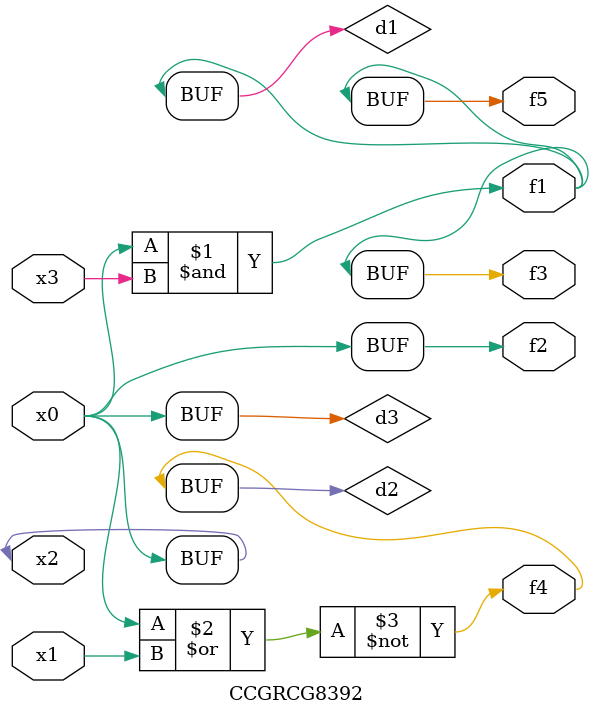
<source format=v>
module CCGRCG8392(
	input x0, x1, x2, x3,
	output f1, f2, f3, f4, f5
);

	wire d1, d2, d3;

	and (d1, x2, x3);
	nor (d2, x0, x1);
	buf (d3, x0, x2);
	assign f1 = d1;
	assign f2 = d3;
	assign f3 = d1;
	assign f4 = d2;
	assign f5 = d1;
endmodule

</source>
